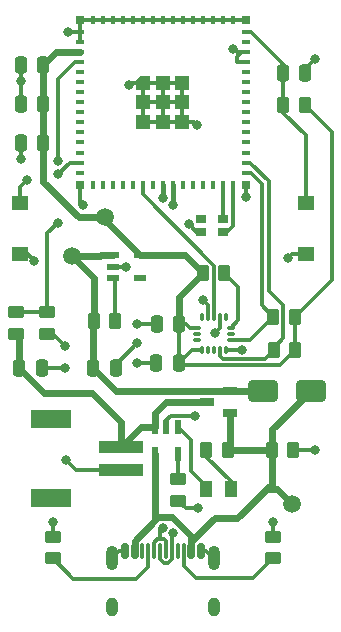
<source format=gtl>
G04 #@! TF.GenerationSoftware,KiCad,Pcbnew,8.0.0-rc2-494-g6bc7bcffef*
G04 #@! TF.CreationDate,2024-03-15T23:56:00+00:00*
G04 #@! TF.ProjectId,Wakeboard,57616b65-626f-4617-9264-2e6b69636164,rev?*
G04 #@! TF.SameCoordinates,Original*
G04 #@! TF.FileFunction,Copper,L1,Top*
G04 #@! TF.FilePolarity,Positive*
%FSLAX46Y46*%
G04 Gerber Fmt 4.6, Leading zero omitted, Abs format (unit mm)*
G04 Created by KiCad (PCBNEW 8.0.0-rc2-494-g6bc7bcffef) date 2024-03-15 23:56:00*
%MOMM*%
%LPD*%
G01*
G04 APERTURE LIST*
G04 Aperture macros list*
%AMRoundRect*
0 Rectangle with rounded corners*
0 $1 Rounding radius*
0 $2 $3 $4 $5 $6 $7 $8 $9 X,Y pos of 4 corners*
0 Add a 4 corners polygon primitive as box body*
4,1,4,$2,$3,$4,$5,$6,$7,$8,$9,$2,$3,0*
0 Add four circle primitives for the rounded corners*
1,1,$1+$1,$2,$3*
1,1,$1+$1,$4,$5*
1,1,$1+$1,$6,$7*
1,1,$1+$1,$8,$9*
0 Add four rect primitives between the rounded corners*
20,1,$1+$1,$2,$3,$4,$5,0*
20,1,$1+$1,$4,$5,$6,$7,0*
20,1,$1+$1,$6,$7,$8,$9,0*
20,1,$1+$1,$8,$9,$2,$3,0*%
%AMOutline5P*
0 Free polygon, 5 corners , with rotation*
0 The origin of the aperture is its center*
0 number of corners: always 5*
0 $1 to $10 corner X, Y*
0 $11 Rotation angle, in degrees counterclockwise*
0 create outline with 5 corners*
4,1,5,$1,$2,$3,$4,$5,$6,$7,$8,$9,$10,$1,$2,$11*%
%AMOutline6P*
0 Free polygon, 6 corners , with rotation*
0 The origin of the aperture is its center*
0 number of corners: always 6*
0 $1 to $12 corner X, Y*
0 $13 Rotation angle, in degrees counterclockwise*
0 create outline with 6 corners*
4,1,6,$1,$2,$3,$4,$5,$6,$7,$8,$9,$10,$11,$12,$1,$2,$13*%
%AMOutline7P*
0 Free polygon, 7 corners , with rotation*
0 The origin of the aperture is its center*
0 number of corners: always 7*
0 $1 to $14 corner X, Y*
0 $15 Rotation angle, in degrees counterclockwise*
0 create outline with 7 corners*
4,1,7,$1,$2,$3,$4,$5,$6,$7,$8,$9,$10,$11,$12,$13,$14,$1,$2,$15*%
%AMOutline8P*
0 Free polygon, 8 corners , with rotation*
0 The origin of the aperture is its center*
0 number of corners: always 8*
0 $1 to $16 corner X, Y*
0 $17 Rotation angle, in degrees counterclockwise*
0 create outline with 8 corners*
4,1,8,$1,$2,$3,$4,$5,$6,$7,$8,$9,$10,$11,$12,$13,$14,$15,$16,$1,$2,$17*%
G04 Aperture macros list end*
G04 #@! TA.AperFunction,SMDPad,CuDef*
%ADD10C,1.500000*%
G04 #@! TD*
G04 #@! TA.AperFunction,SMDPad,CuDef*
%ADD11RoundRect,0.250000X-0.450000X0.262500X-0.450000X-0.262500X0.450000X-0.262500X0.450000X0.262500X0*%
G04 #@! TD*
G04 #@! TA.AperFunction,SMDPad,CuDef*
%ADD12R,0.800000X0.400000*%
G04 #@! TD*
G04 #@! TA.AperFunction,SMDPad,CuDef*
%ADD13R,0.400000X0.800000*%
G04 #@! TD*
G04 #@! TA.AperFunction,SMDPad,CuDef*
%ADD14Outline5P,-0.600000X0.204000X-0.204000X0.600000X0.600000X0.600000X0.600000X-0.600000X-0.600000X-0.600000X0.000000*%
G04 #@! TD*
G04 #@! TA.AperFunction,SMDPad,CuDef*
%ADD15R,1.200000X1.200000*%
G04 #@! TD*
G04 #@! TA.AperFunction,SMDPad,CuDef*
%ADD16R,0.800000X0.800000*%
G04 #@! TD*
G04 #@! TA.AperFunction,SMDPad,CuDef*
%ADD17R,1.250000X0.700000*%
G04 #@! TD*
G04 #@! TA.AperFunction,SMDPad,CuDef*
%ADD18RoundRect,0.150000X-0.150000X-0.500000X0.150000X-0.500000X0.150000X0.500000X-0.150000X0.500000X0*%
G04 #@! TD*
G04 #@! TA.AperFunction,SMDPad,CuDef*
%ADD19RoundRect,0.075000X-0.075000X-0.575000X0.075000X-0.575000X0.075000X0.575000X-0.075000X0.575000X0*%
G04 #@! TD*
G04 #@! TA.AperFunction,ComponentPad*
%ADD20O,1.000000X2.100000*%
G04 #@! TD*
G04 #@! TA.AperFunction,ComponentPad*
%ADD21O,1.000000X1.600000*%
G04 #@! TD*
G04 #@! TA.AperFunction,SMDPad,CuDef*
%ADD22RoundRect,0.250000X-0.262500X-0.450000X0.262500X-0.450000X0.262500X0.450000X-0.262500X0.450000X0*%
G04 #@! TD*
G04 #@! TA.AperFunction,SMDPad,CuDef*
%ADD23R,1.360000X1.230000*%
G04 #@! TD*
G04 #@! TA.AperFunction,SMDPad,CuDef*
%ADD24RoundRect,0.250000X-0.250000X-0.475000X0.250000X-0.475000X0.250000X0.475000X-0.250000X0.475000X0*%
G04 #@! TD*
G04 #@! TA.AperFunction,SMDPad,CuDef*
%ADD25RoundRect,0.250000X0.250000X0.475000X-0.250000X0.475000X-0.250000X-0.475000X0.250000X-0.475000X0*%
G04 #@! TD*
G04 #@! TA.AperFunction,SMDPad,CuDef*
%ADD26RoundRect,0.250000X-1.000000X-0.650000X1.000000X-0.650000X1.000000X0.650000X-1.000000X0.650000X0*%
G04 #@! TD*
G04 #@! TA.AperFunction,SMDPad,CuDef*
%ADD27R,1.050000X0.530000*%
G04 #@! TD*
G04 #@! TA.AperFunction,SMDPad,CuDef*
%ADD28R,3.800000X1.000000*%
G04 #@! TD*
G04 #@! TA.AperFunction,SMDPad,CuDef*
%ADD29R,3.400000X1.500000*%
G04 #@! TD*
G04 #@! TA.AperFunction,SMDPad,CuDef*
%ADD30R,0.900000X0.700000*%
G04 #@! TD*
G04 #@! TA.AperFunction,SMDPad,CuDef*
%ADD31RoundRect,0.250000X0.262500X0.450000X-0.262500X0.450000X-0.262500X-0.450000X0.262500X-0.450000X0*%
G04 #@! TD*
G04 #@! TA.AperFunction,SMDPad,CuDef*
%ADD32R,1.000000X1.400000*%
G04 #@! TD*
G04 #@! TA.AperFunction,SMDPad,CuDef*
%ADD33R,0.490000X1.160000*%
G04 #@! TD*
G04 #@! TA.AperFunction,SMDPad,CuDef*
%ADD34R,0.490000X1.180000*%
G04 #@! TD*
G04 #@! TA.AperFunction,SMDPad,CuDef*
%ADD35RoundRect,0.250000X0.450000X-0.262500X0.450000X0.262500X-0.450000X0.262500X-0.450000X-0.262500X0*%
G04 #@! TD*
G04 #@! TA.AperFunction,SMDPad,CuDef*
%ADD36O,0.280000X0.800000*%
G04 #@! TD*
G04 #@! TA.AperFunction,SMDPad,CuDef*
%ADD37O,0.800000X0.280000*%
G04 #@! TD*
G04 #@! TA.AperFunction,ViaPad*
%ADD38C,0.800000*%
G04 #@! TD*
G04 #@! TA.AperFunction,Conductor*
%ADD39C,0.600000*%
G04 #@! TD*
G04 #@! TA.AperFunction,Conductor*
%ADD40C,0.300000*%
G04 #@! TD*
G04 #@! TA.AperFunction,Conductor*
%ADD41C,0.400000*%
G04 #@! TD*
G04 APERTURE END LIST*
D10*
X138450000Y-90300000D03*
D11*
X136800000Y-93087500D03*
X136800000Y-94912500D03*
D10*
X119800000Y-69300000D03*
D11*
X115100000Y-74050000D03*
X115100000Y-75875000D03*
D12*
X120500000Y-50350000D03*
X120500000Y-51200000D03*
X120500000Y-52050000D03*
X120500000Y-52900000D03*
X120500000Y-53750000D03*
X120500000Y-54600000D03*
X120500000Y-55450000D03*
X120500000Y-56300000D03*
X120500000Y-57150000D03*
X120500000Y-58000000D03*
X120500000Y-58850000D03*
X120500000Y-59700000D03*
X120500000Y-60550000D03*
X120500000Y-61400000D03*
X120500000Y-62250000D03*
D13*
X121550000Y-63300000D03*
X122400000Y-63300000D03*
X123250000Y-63300000D03*
X124100000Y-63300000D03*
X124950000Y-63300000D03*
X125800000Y-63300000D03*
X126650000Y-63300000D03*
X127500000Y-63300000D03*
X128350000Y-63300000D03*
X129200000Y-63300000D03*
X130050000Y-63300000D03*
X130900000Y-63300000D03*
X131750000Y-63300000D03*
X132600000Y-63300000D03*
X133450000Y-63300000D03*
D12*
X134500000Y-62250000D03*
X134500000Y-61400000D03*
X134500000Y-60550000D03*
X134500000Y-59700000D03*
X134500000Y-58850000D03*
X134500000Y-58000000D03*
X134500000Y-57150000D03*
X134500000Y-56300000D03*
X134500000Y-55450000D03*
X134500000Y-54600000D03*
X134500000Y-53750000D03*
X134500000Y-52900000D03*
X134500000Y-52050000D03*
X134500000Y-51200000D03*
X134500000Y-50350000D03*
D13*
X133450000Y-49300000D03*
X132600000Y-49300000D03*
X131750000Y-49300000D03*
X130900000Y-49300000D03*
X130050000Y-49300000D03*
X129200000Y-49300000D03*
X128350000Y-49300000D03*
X127500000Y-49300000D03*
X126650000Y-49300000D03*
X125800000Y-49300000D03*
X124950000Y-49300000D03*
X124100000Y-49300000D03*
X123250000Y-49300000D03*
X122400000Y-49300000D03*
X121550000Y-49300000D03*
D14*
X125850000Y-54650000D03*
D15*
X125850000Y-56300000D03*
X125850000Y-57950000D03*
X127500000Y-54650000D03*
X127500000Y-56300000D03*
X127500000Y-57950000D03*
X129150000Y-54650000D03*
X129150000Y-56300000D03*
X129150000Y-57950000D03*
D16*
X120500000Y-49300000D03*
X120500000Y-63300000D03*
X134500000Y-63300000D03*
X134500000Y-49300000D03*
D11*
X128800000Y-88187500D03*
X128800000Y-90012500D03*
D17*
X133200000Y-82600000D03*
X133200000Y-80700000D03*
X131200000Y-81650000D03*
D18*
X124300000Y-94250000D03*
X125100000Y-94250000D03*
D19*
X126250000Y-94250000D03*
X127250000Y-94250000D03*
X127750000Y-94250000D03*
X128750000Y-94250000D03*
D18*
X129900000Y-94250000D03*
X130700000Y-94250000D03*
X130700000Y-94250000D03*
X129900000Y-94250000D03*
D19*
X129250000Y-94250000D03*
X128250000Y-94250000D03*
X126750000Y-94250000D03*
X125750000Y-94250000D03*
D18*
X125100000Y-94250000D03*
X124300000Y-94250000D03*
D20*
X123180000Y-94890000D03*
D21*
X123180000Y-99070000D03*
D20*
X131820000Y-94890000D03*
D21*
X131820000Y-99070000D03*
D22*
X121637500Y-74800000D03*
X123462500Y-74800000D03*
D23*
X115400000Y-69180000D03*
X115400000Y-64820000D03*
D24*
X121600000Y-78800000D03*
X123500000Y-78800000D03*
D25*
X117348000Y-59748000D03*
X115448000Y-59748000D03*
X117348000Y-56446000D03*
X115448000Y-56446000D03*
D23*
X139600000Y-69180000D03*
X139600000Y-64820000D03*
D11*
X118200000Y-93087500D03*
X118200000Y-94912500D03*
D26*
X136000000Y-80700000D03*
X140000000Y-80700000D03*
D27*
X123250000Y-69250000D03*
X123250000Y-70200000D03*
X123250000Y-71150000D03*
X125550000Y-71150000D03*
X125550000Y-69250000D03*
D28*
X123930000Y-85450000D03*
X123930000Y-87450000D03*
D29*
X118070000Y-89800000D03*
X118070000Y-83100000D03*
D30*
X130730000Y-66150000D03*
X130730000Y-67250000D03*
X132570000Y-67250000D03*
X132570000Y-66150000D03*
D25*
X128891097Y-75034188D03*
X126991097Y-75034188D03*
D31*
X133012500Y-85700000D03*
X131187500Y-85700000D03*
D32*
X133250000Y-89000000D03*
X131150000Y-89000000D03*
D24*
X115350000Y-78800000D03*
X117250000Y-78800000D03*
X137650000Y-53850000D03*
X139550000Y-53850000D03*
D33*
X128750000Y-83750000D03*
X127800000Y-83750000D03*
X126850000Y-83750000D03*
D34*
X126850000Y-86050000D03*
X128750000Y-86050000D03*
D35*
X117700000Y-75875000D03*
X117700000Y-74050000D03*
D10*
X122600000Y-66050000D03*
D25*
X128858902Y-78401495D03*
X126958902Y-78401495D03*
D31*
X132712500Y-70750000D03*
X130887500Y-70750000D03*
D22*
X137687500Y-56550000D03*
X139512500Y-56550000D03*
D25*
X117348000Y-53144000D03*
X115448000Y-53144000D03*
D36*
X130827500Y-77282498D03*
X131327500Y-77282498D03*
X131827500Y-77282498D03*
X132327500Y-77282498D03*
X132827500Y-77282498D03*
D37*
X133227500Y-76382498D03*
X133227500Y-75882498D03*
X133227500Y-75382498D03*
D36*
X132827500Y-74482498D03*
X132327500Y-74482498D03*
X131827500Y-74482498D03*
X131327500Y-74482498D03*
X130827500Y-74482498D03*
D37*
X130427500Y-75382498D03*
X130427500Y-75882498D03*
X130427500Y-76382498D03*
D22*
X136850000Y-74450000D03*
X138675000Y-74450000D03*
X136887500Y-77250000D03*
X138712500Y-77250000D03*
X138550000Y-85700000D03*
X136725000Y-85700000D03*
D38*
X128350000Y-92750000D03*
X127500000Y-92300000D03*
X127500000Y-64400000D03*
X136800000Y-91800000D03*
X124600000Y-54800000D03*
X140400000Y-52600000D03*
X138100000Y-69500000D03*
X116600000Y-69700000D03*
X130500000Y-90650000D03*
X140400000Y-85700000D03*
X119200000Y-76900000D03*
X119200000Y-78800000D03*
X125300000Y-76700000D03*
X119300000Y-86600000D03*
X118600000Y-61300000D03*
X116000000Y-62900000D03*
X118600000Y-62400000D03*
X118600000Y-66500000D03*
X128349755Y-64999998D03*
X115448000Y-61093000D03*
X133473400Y-51825000D03*
X131900000Y-75850000D03*
X118200000Y-91800000D03*
X124400000Y-70200000D03*
X134210794Y-77282498D03*
X134500000Y-64346500D03*
X130200000Y-82850000D03*
X129683228Y-66562164D03*
X115448000Y-54519800D03*
X125300000Y-75034188D03*
X130900000Y-73050000D03*
X120700000Y-65000000D03*
X119464900Y-50350000D03*
X125300000Y-78350000D03*
X130353800Y-58202100D03*
D39*
X126850000Y-91677206D02*
X126688603Y-91838603D01*
X126850000Y-86050000D02*
X126850000Y-91677206D01*
X126688603Y-91838603D02*
X127127207Y-91400000D01*
X125100000Y-93427207D02*
X126688603Y-91838603D01*
D40*
X130700000Y-94250000D02*
X131180000Y-94250000D01*
X131180000Y-94250000D02*
X131820000Y-94890000D01*
X124300000Y-94250000D02*
X123820000Y-94250000D01*
X123820000Y-94250000D02*
X123180000Y-94890000D01*
X137700000Y-57200000D02*
X137700000Y-56562500D01*
X139600000Y-64820000D02*
X139600000Y-59100000D01*
X139600000Y-59100000D02*
X137700000Y-57200000D01*
X137700000Y-56562500D02*
X137687500Y-56550000D01*
D39*
X133800000Y-91500000D02*
X136725000Y-88575000D01*
X129900000Y-93476606D02*
X131876606Y-91500000D01*
X129900000Y-94250000D02*
X129900000Y-93476606D01*
X131876606Y-91500000D02*
X133800000Y-91500000D01*
X129900000Y-93027207D02*
X129900000Y-94250000D01*
X128272793Y-91400000D02*
X129900000Y-93027207D01*
X127127207Y-91400000D02*
X128272793Y-91400000D01*
X125100000Y-94250000D02*
X125100000Y-93427207D01*
D40*
X128250000Y-92850000D02*
X128350000Y-92750000D01*
X128250000Y-94250000D02*
X128250000Y-92850000D01*
X127250000Y-93300000D02*
X127582410Y-93300000D01*
X127017590Y-93300000D02*
X127250000Y-93300000D01*
X127250000Y-93300000D02*
X127250000Y-92550000D01*
X127250000Y-92550000D02*
X127500000Y-92300000D01*
X127750000Y-93467590D02*
X127750000Y-94250000D01*
X127582410Y-93300000D02*
X127750000Y-93467590D01*
X126750000Y-93567590D02*
X127017590Y-93300000D01*
X126750000Y-94250000D02*
X126750000Y-93567590D01*
X127953120Y-95300000D02*
X128250000Y-95003120D01*
X127617590Y-95300000D02*
X127953120Y-95300000D01*
X128250000Y-95003120D02*
X128250000Y-94250000D01*
X127250000Y-94250000D02*
X127250000Y-94932410D01*
X127250000Y-94932410D02*
X127617590Y-95300000D01*
D41*
X127500000Y-63300000D02*
X127500000Y-64400000D01*
D40*
X130500000Y-90650000D02*
X129437500Y-90650000D01*
X129437500Y-90650000D02*
X128800000Y-90012500D01*
D39*
X137150000Y-89000000D02*
X136300000Y-89000000D01*
X138450000Y-90300000D02*
X137150000Y-89000000D01*
X136725000Y-88575000D02*
X136300000Y-89000000D01*
X129900000Y-93726606D02*
X129900000Y-94500000D01*
X136725000Y-85700000D02*
X136725000Y-88575000D01*
D40*
X136800000Y-93087500D02*
X136800000Y-91800000D01*
X135172500Y-96540000D02*
X130264695Y-96540000D01*
X136800000Y-94912500D02*
X135172500Y-96540000D01*
X130264695Y-96540000D02*
X129250000Y-95525305D01*
X129250000Y-95525305D02*
X129250000Y-94500000D01*
X118200000Y-91800000D02*
X118200000Y-93087500D01*
X126250000Y-95650000D02*
X126250000Y-94600000D01*
X118200000Y-94912500D02*
X119927500Y-96640000D01*
X125260000Y-96640000D02*
X126250000Y-95650000D01*
X119927500Y-96640000D02*
X125260000Y-96640000D01*
X124750000Y-54650000D02*
X124600000Y-54800000D01*
X125850000Y-54650000D02*
X124750000Y-54650000D01*
X139550000Y-53450000D02*
X140400000Y-52600000D01*
X139550000Y-53850000D02*
X139550000Y-53450000D01*
X134950000Y-50350000D02*
X134500000Y-50350000D01*
X137650000Y-53050000D02*
X134950000Y-50350000D01*
X137650000Y-53850000D02*
X137650000Y-53050000D01*
X137650000Y-56512500D02*
X137687500Y-56550000D01*
X137650000Y-53850000D02*
X137650000Y-56512500D01*
X138420000Y-69180000D02*
X138100000Y-69500000D01*
X139600000Y-69180000D02*
X138420000Y-69180000D01*
X141800000Y-71325000D02*
X138675000Y-74450000D01*
X141800000Y-58837500D02*
X141800000Y-71325000D01*
X139512500Y-56550000D02*
X141800000Y-58837500D01*
X139512500Y-56550000D02*
X139161800Y-56550000D01*
X116080000Y-69180000D02*
X116600000Y-69700000D01*
X115400000Y-69180000D02*
X116080000Y-69180000D01*
X131187500Y-86287500D02*
X131187500Y-85700000D01*
X133250000Y-88350000D02*
X131187500Y-86287500D01*
X133250000Y-89000000D02*
X133250000Y-88350000D01*
X129900000Y-84900000D02*
X128750000Y-83750000D01*
X129900000Y-87550000D02*
X129900000Y-84900000D01*
X131150000Y-88800000D02*
X129900000Y-87550000D01*
X131150000Y-89000000D02*
X131150000Y-88800000D01*
X128800000Y-86100000D02*
X128750000Y-86050000D01*
X128800000Y-88187500D02*
X128800000Y-86100000D01*
X138550000Y-85700000D02*
X140400000Y-85700000D01*
D39*
X133012500Y-85700000D02*
X136725000Y-85700000D01*
X136000000Y-80700000D02*
X133200000Y-80700000D01*
X136725000Y-83975000D02*
X136725000Y-85700000D01*
X140000000Y-80700000D02*
X136725000Y-83975000D01*
X133200000Y-85512500D02*
X133012500Y-85700000D01*
X133200000Y-82600000D02*
X133200000Y-85512500D01*
D40*
X118175000Y-75875000D02*
X119200000Y-76900000D01*
X117700000Y-75875000D02*
X118175000Y-75875000D01*
X117250000Y-78800000D02*
X119200000Y-78800000D01*
D39*
X121600000Y-74837500D02*
X121637500Y-74800000D01*
X121600000Y-78800000D02*
X121600000Y-74837500D01*
D40*
X123500000Y-78500000D02*
X125300000Y-76700000D01*
X123500000Y-78800000D02*
X123500000Y-78500000D01*
D39*
X123500000Y-80700000D02*
X121600000Y-78800000D01*
X133200000Y-80700000D02*
X123500000Y-80700000D01*
D40*
X120150000Y-87450000D02*
X119300000Y-86600000D01*
X123930000Y-87450000D02*
X120150000Y-87450000D01*
D39*
X123930000Y-83330000D02*
X123930000Y-85450000D01*
X121500000Y-80900000D02*
X123930000Y-83330000D01*
X117450000Y-80900000D02*
X121500000Y-80900000D01*
X115350000Y-78800000D02*
X117450000Y-80900000D01*
X125630000Y-83750000D02*
X123930000Y-85450000D01*
X126850000Y-83750000D02*
X125630000Y-83750000D01*
X126850000Y-82570000D02*
X126850000Y-83750000D01*
X131200000Y-81650000D02*
X127770000Y-81650000D01*
X127770000Y-81650000D02*
X126850000Y-82570000D01*
D40*
X120050000Y-52900000D02*
X120500000Y-52900000D01*
X118600000Y-54350000D02*
X120050000Y-52900000D01*
X118600000Y-61300000D02*
X118600000Y-54350000D01*
X115400000Y-63500000D02*
X116000000Y-62900000D01*
X115400000Y-64820000D02*
X115400000Y-63500000D01*
X119600000Y-61400000D02*
X120500000Y-61400000D01*
X118600000Y-62400000D02*
X119600000Y-61400000D01*
X117700000Y-67400000D02*
X118600000Y-66500000D01*
X117700000Y-74050000D02*
X117700000Y-67400000D01*
X115100000Y-74050000D02*
X117700000Y-74050000D01*
D39*
X115350000Y-76125000D02*
X115100000Y-75875000D01*
X115350000Y-78800000D02*
X115350000Y-76125000D01*
D41*
X128350000Y-63300000D02*
X128350000Y-64999753D01*
X128350000Y-64999753D02*
X128349755Y-64999998D01*
D39*
X122189340Y-69300000D02*
X122239340Y-69250000D01*
X121637500Y-71137500D02*
X119800000Y-69300000D01*
X119800000Y-69300000D02*
X122189340Y-69300000D01*
X122239340Y-69250000D02*
X123250000Y-69250000D01*
X121637500Y-74800000D02*
X121637500Y-71137500D01*
D40*
X130050000Y-49300000D02*
X129200000Y-49300000D01*
X120500000Y-49300000D02*
X120500000Y-50350000D01*
X126326000Y-57950000D02*
X127500000Y-57950000D01*
X129150000Y-57950000D02*
X130101700Y-57950000D01*
X125300000Y-75034188D02*
X126991097Y-75034188D01*
X120500000Y-64800000D02*
X120500000Y-63300000D01*
X115448000Y-53144000D02*
X115448000Y-54519800D01*
X128155000Y-82820000D02*
X130170000Y-82820000D01*
X125351495Y-78401495D02*
X125300000Y-78350000D01*
X132600000Y-49300000D02*
X133450000Y-49300000D01*
X133523300Y-51825000D02*
X133748300Y-52050000D01*
X123250000Y-49300000D02*
X122400000Y-49300000D01*
X127800000Y-83175000D02*
X128155000Y-82820000D01*
X127500000Y-54650000D02*
X127500000Y-56300000D01*
X131327500Y-73477500D02*
X130900000Y-73050000D01*
X130330000Y-67250000D02*
X130730000Y-67250000D01*
X134124200Y-52050000D02*
X133748300Y-52425900D01*
X134124200Y-52050000D02*
X133748300Y-52050000D01*
X127800000Y-83750000D02*
X127800000Y-83175000D01*
X132327500Y-75422500D02*
X131900000Y-75850000D01*
X133450000Y-49300000D02*
X134500000Y-49300000D01*
X125850000Y-54650000D02*
X125850000Y-56300000D01*
X130353800Y-58202100D02*
X130101700Y-57950000D01*
X120500000Y-51200000D02*
X120500000Y-50350000D01*
X129150000Y-56300000D02*
X129150000Y-54650000D01*
X125850000Y-56300000D02*
X125850000Y-57950000D01*
X133473400Y-51825000D02*
X133523300Y-51825000D01*
X129930000Y-66562164D02*
X129930000Y-66850000D01*
X129150000Y-54650000D02*
X127500000Y-54650000D01*
X129150000Y-57950000D02*
X127500000Y-57950000D01*
X120500000Y-50350000D02*
X119464900Y-50350000D01*
X126958902Y-78401495D02*
X125351495Y-78401495D01*
X132327500Y-74482498D02*
X132327500Y-75422500D01*
X130900000Y-49300000D02*
X130050000Y-49300000D01*
X115448000Y-61093000D02*
X115448000Y-59748000D01*
X134500000Y-52900000D02*
X133748300Y-52900000D01*
X131750000Y-49300000D02*
X132600000Y-49300000D01*
X131327500Y-74482498D02*
X131327500Y-73477500D01*
X129150000Y-57950000D02*
X129150000Y-56300000D01*
X124950000Y-49300000D02*
X124100000Y-49300000D01*
X120700000Y-65000000D02*
X120500000Y-64800000D01*
X130900000Y-49300000D02*
X131750000Y-49300000D01*
X124400000Y-70200000D02*
X123250000Y-70200000D01*
X129200000Y-49300000D02*
X128350000Y-49300000D01*
X125850000Y-54650000D02*
X127500000Y-54650000D01*
X125850000Y-57950000D02*
X126326000Y-57950000D01*
X115448000Y-54519800D02*
X115448000Y-56446000D01*
X127500000Y-49300000D02*
X126650000Y-49300000D01*
X133748300Y-52425900D02*
X133748300Y-52900000D01*
X130170000Y-82820000D02*
X130200000Y-82850000D01*
X134500000Y-64346500D02*
X134500000Y-63300000D01*
X129683228Y-66562164D02*
X129930000Y-66562164D01*
X129930000Y-66850000D02*
X130330000Y-67250000D01*
X124100000Y-49300000D02*
X123250000Y-49300000D01*
X132827500Y-77282498D02*
X134210794Y-77282498D01*
X134500000Y-52050000D02*
X134124200Y-52050000D01*
X122400000Y-49300000D02*
X121550000Y-49300000D01*
X126650000Y-49300000D02*
X125800000Y-49300000D01*
X127500000Y-56300000D02*
X126326000Y-56300000D01*
X127500000Y-56300000D02*
X129150000Y-56300000D01*
X121550000Y-49300000D02*
X120500000Y-49300000D01*
X127500000Y-56300000D02*
X127500000Y-57950000D01*
X126326000Y-56300000D02*
X125850000Y-56300000D01*
X125800000Y-49300000D02*
X124950000Y-49300000D01*
X128350000Y-49300000D02*
X127500000Y-49300000D01*
X129832498Y-75382498D02*
X130427500Y-75382498D01*
D39*
X122600000Y-66050000D02*
X120377207Y-66050000D01*
X122600000Y-66300000D02*
X125550000Y-69250000D01*
D40*
X128989905Y-78532498D02*
X137430002Y-78532498D01*
D39*
X117348000Y-53144000D02*
X118442000Y-52050000D01*
X128891097Y-72746403D02*
X128891097Y-75034188D01*
X117348000Y-63020793D02*
X117348000Y-59748000D01*
X125550000Y-69250000D02*
X129387500Y-69250000D01*
D40*
X137430002Y-78532498D02*
X138712500Y-77250000D01*
X138712500Y-74487500D02*
X138675000Y-74450000D01*
D39*
X120377207Y-66050000D02*
X117348000Y-63020793D01*
X117348000Y-59748000D02*
X117348000Y-56446000D01*
D40*
X128858902Y-78401495D02*
X128989905Y-78532498D01*
X138712500Y-77250000D02*
X138712500Y-74487500D01*
D39*
X129387500Y-69250000D02*
X130887500Y-70750000D01*
X118442000Y-52050000D02*
X120500000Y-52050000D01*
D40*
X130827500Y-77282498D02*
X129977899Y-77282498D01*
X128891097Y-78369300D02*
X128858902Y-78401495D01*
D39*
X117348000Y-56446000D02*
X117348000Y-53144000D01*
X122600000Y-66050000D02*
X122600000Y-66300000D01*
D40*
X129977899Y-77282498D02*
X128858902Y-78401495D01*
X128891097Y-75034188D02*
X129484188Y-75034188D01*
X129484188Y-75034188D02*
X129832498Y-75382498D01*
D39*
X130887500Y-70750000D02*
X128891097Y-72746403D01*
D40*
X128891097Y-75034188D02*
X128891097Y-78369300D01*
X132600000Y-63300000D02*
X132600000Y-66120000D01*
X132600000Y-66120000D02*
X132570000Y-66150000D01*
X133450000Y-66770000D02*
X132970000Y-67250000D01*
X133450000Y-63300000D02*
X133450000Y-66770000D01*
X132970000Y-67250000D02*
X132570000Y-67250000D01*
X123462500Y-74800000D02*
X123462500Y-71362500D01*
X123462500Y-71362500D02*
X123250000Y-71150000D01*
X132712500Y-70750000D02*
X133900000Y-71937500D01*
X133900000Y-74709998D02*
X133227500Y-75382498D01*
X133900000Y-71937500D02*
X133900000Y-74709998D01*
X134950000Y-62250000D02*
X134500000Y-62250000D01*
X135900000Y-63200000D02*
X134950000Y-62250000D01*
X134917502Y-76382498D02*
X133227500Y-76382498D01*
X135900000Y-73500000D02*
X135900000Y-63200000D01*
X136850000Y-74450000D02*
X135900000Y-73500000D01*
X136850000Y-74450000D02*
X134917502Y-76382498D01*
X136887500Y-77062500D02*
X137712500Y-76237500D01*
X136887500Y-77250000D02*
X136887500Y-77062500D01*
X136500000Y-63000000D02*
X134900000Y-61400000D01*
X136887500Y-77250000D02*
X136105002Y-78032498D01*
X137712500Y-76237500D02*
X137712500Y-73462500D01*
X132624535Y-78032498D02*
X132327500Y-77735463D01*
X136500000Y-72250000D02*
X136500000Y-63000000D01*
X137712500Y-73462500D02*
X136500000Y-72250000D01*
X132327500Y-77735463D02*
X132327500Y-77282498D01*
X136105002Y-78032498D02*
X132624535Y-78032498D01*
X134900000Y-61400000D02*
X134500000Y-61400000D01*
X131827500Y-74482498D02*
X131827500Y-70122044D01*
X131827500Y-70122044D02*
X125800000Y-64094544D01*
X125800000Y-64094544D02*
X125800000Y-63300000D01*
M02*

</source>
